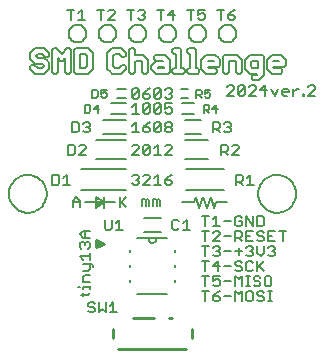
<source format=gto>
G75*
%MOIN*%
%OFA0B0*%
%FSLAX24Y24*%
%IPPOS*%
%LPD*%
%AMOC8*
5,1,8,0,0,1.08239X$1,22.5*
%
%ADD10C,0.0079*%
%ADD11C,0.0060*%
%ADD12C,0.0059*%
%ADD13C,0.0100*%
%ADD14C,0.0050*%
%ADD15C,0.0080*%
D10*
X004564Y005440D02*
X004814Y005627D01*
X004564Y005815D01*
X004564Y005440D01*
X004564Y005498D02*
X004641Y005498D01*
X004564Y005575D02*
X004744Y005575D01*
X004780Y005653D02*
X004564Y005653D01*
X004564Y005730D02*
X004677Y005730D01*
X004574Y005807D02*
X004564Y005807D01*
X004814Y005815D02*
X004814Y005627D01*
X004814Y005440D01*
X004814Y005627D02*
X005189Y005627D01*
X004814Y005627D02*
X004189Y005627D01*
X001655Y005912D02*
X001657Y005962D01*
X001663Y006012D01*
X001673Y006061D01*
X001687Y006109D01*
X001704Y006156D01*
X001725Y006201D01*
X001750Y006245D01*
X001778Y006286D01*
X001810Y006325D01*
X001844Y006362D01*
X001881Y006396D01*
X001921Y006426D01*
X001963Y006453D01*
X002007Y006477D01*
X002053Y006498D01*
X002100Y006514D01*
X002148Y006527D01*
X002198Y006536D01*
X002247Y006541D01*
X002298Y006542D01*
X002348Y006539D01*
X002397Y006532D01*
X002446Y006521D01*
X002494Y006506D01*
X002540Y006488D01*
X002585Y006466D01*
X002628Y006440D01*
X002669Y006411D01*
X002708Y006379D01*
X002744Y006344D01*
X002776Y006306D01*
X002806Y006266D01*
X002833Y006223D01*
X002856Y006179D01*
X002875Y006133D01*
X002891Y006085D01*
X002903Y006036D01*
X002911Y005987D01*
X002915Y005937D01*
X002915Y005887D01*
X002911Y005837D01*
X002903Y005788D01*
X002891Y005739D01*
X002875Y005691D01*
X002856Y005645D01*
X002833Y005601D01*
X002806Y005558D01*
X002776Y005518D01*
X002744Y005480D01*
X002708Y005445D01*
X002669Y005413D01*
X002628Y005384D01*
X002585Y005358D01*
X002540Y005336D01*
X002494Y005318D01*
X002446Y005303D01*
X002397Y005292D01*
X002348Y005285D01*
X002298Y005282D01*
X002247Y005283D01*
X002198Y005288D01*
X002148Y005297D01*
X002100Y005310D01*
X002053Y005326D01*
X002007Y005347D01*
X001963Y005371D01*
X001921Y005398D01*
X001881Y005428D01*
X001844Y005462D01*
X001810Y005499D01*
X001778Y005538D01*
X001750Y005579D01*
X001725Y005623D01*
X001704Y005668D01*
X001687Y005715D01*
X001673Y005763D01*
X001663Y005812D01*
X001657Y005862D01*
X001655Y005912D01*
X007439Y005627D02*
X007814Y005627D01*
X007876Y005815D01*
X008001Y005440D01*
X008126Y005815D01*
X008251Y005440D01*
X008376Y005815D01*
X008501Y005440D01*
X008564Y005627D01*
X008939Y005627D01*
X009962Y005912D02*
X009964Y005962D01*
X009970Y006012D01*
X009980Y006061D01*
X009994Y006109D01*
X010011Y006156D01*
X010032Y006201D01*
X010057Y006245D01*
X010085Y006286D01*
X010117Y006325D01*
X010151Y006362D01*
X010188Y006396D01*
X010228Y006426D01*
X010270Y006453D01*
X010314Y006477D01*
X010360Y006498D01*
X010407Y006514D01*
X010455Y006527D01*
X010505Y006536D01*
X010554Y006541D01*
X010605Y006542D01*
X010655Y006539D01*
X010704Y006532D01*
X010753Y006521D01*
X010801Y006506D01*
X010847Y006488D01*
X010892Y006466D01*
X010935Y006440D01*
X010976Y006411D01*
X011015Y006379D01*
X011051Y006344D01*
X011083Y006306D01*
X011113Y006266D01*
X011140Y006223D01*
X011163Y006179D01*
X011182Y006133D01*
X011198Y006085D01*
X011210Y006036D01*
X011218Y005987D01*
X011222Y005937D01*
X011222Y005887D01*
X011218Y005837D01*
X011210Y005788D01*
X011198Y005739D01*
X011182Y005691D01*
X011163Y005645D01*
X011140Y005601D01*
X011113Y005558D01*
X011083Y005518D01*
X011051Y005480D01*
X011015Y005445D01*
X010976Y005413D01*
X010935Y005384D01*
X010892Y005358D01*
X010847Y005336D01*
X010801Y005318D01*
X010753Y005303D01*
X010704Y005292D01*
X010655Y005285D01*
X010605Y005282D01*
X010554Y005283D01*
X010505Y005288D01*
X010455Y005297D01*
X010407Y005310D01*
X010360Y005326D01*
X010314Y005347D01*
X010270Y005371D01*
X010228Y005398D01*
X010188Y005428D01*
X010151Y005462D01*
X010117Y005499D01*
X010085Y005538D01*
X010057Y005579D01*
X010032Y005623D01*
X010011Y005668D01*
X009994Y005715D01*
X009980Y005763D01*
X009970Y005812D01*
X009964Y005862D01*
X009962Y005912D01*
D11*
X004018Y002793D02*
X003962Y002793D01*
X004132Y002793D02*
X004359Y002793D01*
X004359Y002737D02*
X004359Y002850D01*
X004359Y002982D02*
X004132Y002982D01*
X004132Y003152D01*
X004188Y003209D01*
X004359Y003209D01*
X004302Y003350D02*
X004132Y003350D01*
X004302Y003350D02*
X004359Y003407D01*
X004359Y003577D01*
X004415Y003577D02*
X004132Y003577D01*
X004132Y003719D02*
X004018Y003832D01*
X004359Y003832D01*
X004359Y003719D02*
X004359Y003946D01*
X004302Y004087D02*
X004359Y004144D01*
X004359Y004257D01*
X004302Y004314D01*
X004245Y004314D01*
X004188Y004257D01*
X004188Y004200D01*
X004188Y004257D02*
X004132Y004314D01*
X004075Y004314D01*
X004018Y004257D01*
X004018Y004144D01*
X004075Y004087D01*
X004132Y004455D02*
X004018Y004569D01*
X004132Y004682D01*
X004359Y004682D01*
X004188Y004682D02*
X004188Y004455D01*
X004132Y004455D02*
X004359Y004455D01*
X004850Y004764D02*
X004907Y004707D01*
X005020Y004707D01*
X005077Y004764D01*
X005077Y005048D01*
X005219Y004934D02*
X005332Y005048D01*
X005332Y004707D01*
X005219Y004707D02*
X005445Y004707D01*
X004850Y004764D02*
X004850Y005048D01*
X005347Y005457D02*
X005347Y005798D01*
X005404Y005628D02*
X005574Y005457D01*
X005347Y005571D02*
X005574Y005798D01*
X005820Y006207D02*
X005763Y006264D01*
X005820Y006207D02*
X005933Y006207D01*
X005990Y006264D01*
X005990Y006321D01*
X005933Y006378D01*
X005877Y006378D01*
X005933Y006378D02*
X005990Y006434D01*
X005990Y006491D01*
X005933Y006548D01*
X005820Y006548D01*
X005763Y006491D01*
X006132Y006491D02*
X006188Y006548D01*
X006302Y006548D01*
X006358Y006491D01*
X006358Y006434D01*
X006132Y006207D01*
X006358Y006207D01*
X006500Y006207D02*
X006727Y006207D01*
X006613Y006207D02*
X006613Y006548D01*
X006500Y006434D01*
X006868Y006378D02*
X006868Y006264D01*
X006925Y006207D01*
X007038Y006207D01*
X007095Y006264D01*
X007095Y006321D01*
X007038Y006378D01*
X006868Y006378D01*
X006982Y006491D01*
X007095Y006548D01*
X007095Y007207D02*
X006868Y007207D01*
X007095Y007434D01*
X007095Y007491D01*
X007038Y007548D01*
X006925Y007548D01*
X006868Y007491D01*
X006613Y007548D02*
X006613Y007207D01*
X006500Y007207D02*
X006727Y007207D01*
X006500Y007434D02*
X006613Y007548D01*
X006358Y007491D02*
X006358Y007264D01*
X006302Y007207D01*
X006188Y007207D01*
X006132Y007264D01*
X006358Y007491D01*
X006302Y007548D01*
X006188Y007548D01*
X006132Y007491D01*
X006132Y007264D01*
X005990Y007207D02*
X005763Y007207D01*
X005990Y007434D01*
X005990Y007491D01*
X005933Y007548D01*
X005820Y007548D01*
X005763Y007491D01*
X005763Y007957D02*
X005990Y007957D01*
X005877Y007957D02*
X005877Y008298D01*
X005763Y008184D01*
X006132Y008128D02*
X006132Y008014D01*
X006188Y007957D01*
X006302Y007957D01*
X006358Y008014D01*
X006358Y008071D01*
X006302Y008128D01*
X006132Y008128D01*
X006245Y008241D01*
X006358Y008298D01*
X006500Y008241D02*
X006557Y008298D01*
X006670Y008298D01*
X006727Y008241D01*
X006500Y008014D01*
X006557Y007957D01*
X006670Y007957D01*
X006727Y008014D01*
X006727Y008241D01*
X006868Y008241D02*
X006925Y008298D01*
X007038Y008298D01*
X007095Y008241D01*
X007095Y008184D01*
X007038Y008128D01*
X006925Y008128D01*
X006868Y008184D01*
X006868Y008241D01*
X006925Y008128D02*
X006868Y008071D01*
X006868Y008014D01*
X006925Y007957D01*
X007038Y007957D01*
X007095Y008014D01*
X007095Y008071D01*
X007038Y008128D01*
X007038Y008582D02*
X006925Y008582D01*
X006868Y008639D01*
X006868Y008753D02*
X006982Y008809D01*
X007038Y008809D01*
X007095Y008753D01*
X007095Y008639D01*
X007038Y008582D01*
X006868Y008753D02*
X006868Y008923D01*
X007095Y008923D01*
X007038Y009082D02*
X006925Y009082D01*
X006868Y009139D01*
X006727Y009139D02*
X006670Y009082D01*
X006557Y009082D01*
X006500Y009139D01*
X006727Y009366D01*
X006727Y009139D01*
X006670Y008923D02*
X006557Y008923D01*
X006500Y008866D01*
X006500Y008639D01*
X006727Y008866D01*
X006727Y008639D01*
X006670Y008582D01*
X006557Y008582D01*
X006500Y008639D01*
X006358Y008639D02*
X006302Y008582D01*
X006188Y008582D01*
X006132Y008639D01*
X006358Y008866D01*
X006358Y008639D01*
X006132Y008639D02*
X006132Y008866D01*
X006188Y008923D01*
X006302Y008923D01*
X006358Y008866D01*
X006302Y009082D02*
X006358Y009139D01*
X006358Y009196D01*
X006302Y009253D01*
X006132Y009253D01*
X006132Y009139D01*
X006188Y009082D01*
X006302Y009082D01*
X006132Y009253D02*
X006245Y009366D01*
X006358Y009423D01*
X006500Y009366D02*
X006557Y009423D01*
X006670Y009423D01*
X006727Y009366D01*
X006868Y009366D02*
X006925Y009423D01*
X007038Y009423D01*
X007095Y009366D01*
X007095Y009309D01*
X007038Y009253D01*
X007095Y009196D01*
X007095Y009139D01*
X007038Y009082D01*
X007038Y009253D02*
X006982Y009253D01*
X006670Y008923D02*
X006727Y008866D01*
X006500Y009139D02*
X006500Y009366D01*
X005990Y009366D02*
X005990Y009139D01*
X005933Y009082D01*
X005820Y009082D01*
X005763Y009139D01*
X005990Y009366D01*
X005933Y009423D01*
X005820Y009423D01*
X005763Y009366D01*
X005763Y009139D01*
X005877Y008923D02*
X005763Y008809D01*
X005877Y008923D02*
X005877Y008582D01*
X005990Y008582D02*
X005763Y008582D01*
X006500Y008241D02*
X006500Y008014D01*
X008450Y007957D02*
X008450Y008298D01*
X008620Y008298D01*
X008677Y008241D01*
X008677Y008128D01*
X008620Y008071D01*
X008450Y008071D01*
X008563Y008071D02*
X008677Y007957D01*
X008818Y008014D02*
X008875Y007957D01*
X008988Y007957D01*
X009045Y008014D01*
X009045Y008071D01*
X008988Y008128D01*
X008932Y008128D01*
X008988Y008128D02*
X009045Y008184D01*
X009045Y008241D01*
X008988Y008298D01*
X008875Y008298D01*
X008818Y008241D01*
X008901Y007548D02*
X008730Y007548D01*
X008730Y007207D01*
X008730Y007321D02*
X008901Y007321D01*
X008957Y007378D01*
X008957Y007491D01*
X008901Y007548D01*
X009099Y007491D02*
X009155Y007548D01*
X009269Y007548D01*
X009326Y007491D01*
X009326Y007434D01*
X009099Y007207D01*
X009326Y007207D01*
X008957Y007207D02*
X008844Y007321D01*
X009219Y006548D02*
X009389Y006548D01*
X009445Y006491D01*
X009445Y006378D01*
X009389Y006321D01*
X009219Y006321D01*
X009332Y006321D02*
X009445Y006207D01*
X009587Y006207D02*
X009814Y006207D01*
X009700Y006207D02*
X009700Y006548D01*
X009587Y006434D01*
X009219Y006548D02*
X009219Y006207D01*
X009255Y005173D02*
X009199Y005116D01*
X009199Y004889D01*
X009255Y004832D01*
X009369Y004832D01*
X009425Y004889D01*
X009425Y005003D01*
X009312Y005003D01*
X009425Y005116D02*
X009369Y005173D01*
X009255Y005173D01*
X009057Y005003D02*
X008830Y005003D01*
X008689Y004832D02*
X008462Y004832D01*
X008575Y004832D02*
X008575Y005173D01*
X008462Y005059D01*
X008320Y005173D02*
X008094Y005173D01*
X008207Y005173D02*
X008207Y004832D01*
X008207Y004673D02*
X008207Y004332D01*
X008207Y004173D02*
X008207Y003832D01*
X008207Y003673D02*
X008207Y003332D01*
X008207Y003173D02*
X008207Y002832D01*
X008207Y002673D02*
X008207Y002332D01*
X008462Y002389D02*
X008519Y002332D01*
X008632Y002332D01*
X008689Y002389D01*
X008689Y002446D01*
X008632Y002503D01*
X008462Y002503D01*
X008462Y002389D01*
X008462Y002503D02*
X008575Y002616D01*
X008689Y002673D01*
X008632Y002832D02*
X008519Y002832D01*
X008462Y002889D01*
X008462Y003003D02*
X008575Y003059D01*
X008632Y003059D01*
X008689Y003003D01*
X008689Y002889D01*
X008632Y002832D01*
X008462Y003003D02*
X008462Y003173D01*
X008689Y003173D01*
X008632Y003332D02*
X008632Y003673D01*
X008462Y003503D01*
X008689Y003503D01*
X008830Y003503D02*
X009057Y003503D01*
X009199Y003559D02*
X009255Y003503D01*
X009369Y003503D01*
X009425Y003446D01*
X009425Y003389D01*
X009369Y003332D01*
X009255Y003332D01*
X009199Y003389D01*
X009199Y003559D02*
X009199Y003616D01*
X009255Y003673D01*
X009369Y003673D01*
X009425Y003616D01*
X009567Y003616D02*
X009567Y003389D01*
X009624Y003332D01*
X009737Y003332D01*
X009794Y003389D01*
X009935Y003332D02*
X009935Y003673D01*
X009794Y003616D02*
X009737Y003673D01*
X009624Y003673D01*
X009567Y003616D01*
X009624Y003832D02*
X009567Y003889D01*
X009624Y003832D02*
X009737Y003832D01*
X009794Y003889D01*
X009794Y003946D01*
X009737Y004003D01*
X009680Y004003D01*
X009737Y004003D02*
X009794Y004059D01*
X009794Y004116D01*
X009737Y004173D01*
X009624Y004173D01*
X009567Y004116D01*
X009425Y004003D02*
X009199Y004003D01*
X009057Y004003D02*
X008830Y004003D01*
X008689Y004059D02*
X008632Y004003D01*
X008689Y003946D01*
X008689Y003889D01*
X008632Y003832D01*
X008519Y003832D01*
X008462Y003889D01*
X008575Y004003D02*
X008632Y004003D01*
X008689Y004059D02*
X008689Y004116D01*
X008632Y004173D01*
X008519Y004173D01*
X008462Y004116D01*
X008320Y004173D02*
X008094Y004173D01*
X008462Y004332D02*
X008689Y004559D01*
X008689Y004616D01*
X008632Y004673D01*
X008519Y004673D01*
X008462Y004616D01*
X008320Y004673D02*
X008094Y004673D01*
X007695Y004707D02*
X007469Y004707D01*
X007582Y004707D02*
X007582Y005048D01*
X007469Y004934D01*
X007327Y004991D02*
X007270Y005048D01*
X007157Y005048D01*
X007100Y004991D01*
X007100Y004764D01*
X007157Y004707D01*
X007270Y004707D01*
X007327Y004764D01*
X006695Y005520D02*
X006695Y005690D01*
X006639Y005747D01*
X006582Y005690D01*
X006582Y005520D01*
X006469Y005520D02*
X006469Y005747D01*
X006525Y005747D01*
X006582Y005690D01*
X006327Y005690D02*
X006327Y005520D01*
X006214Y005520D02*
X006214Y005690D01*
X006270Y005747D01*
X006327Y005690D01*
X006214Y005690D02*
X006157Y005747D01*
X006100Y005747D01*
X006100Y005520D01*
X004228Y007207D02*
X004001Y007207D01*
X004228Y007434D01*
X004228Y007491D01*
X004171Y007548D01*
X004058Y007548D01*
X004001Y007491D01*
X003859Y007491D02*
X003859Y007264D01*
X003803Y007207D01*
X003633Y007207D01*
X003633Y007548D01*
X003803Y007548D01*
X003859Y007491D01*
X003921Y007957D02*
X003751Y007957D01*
X003751Y008298D01*
X003921Y008298D01*
X003978Y008241D01*
X003978Y008014D01*
X003921Y007957D01*
X004119Y008014D02*
X004176Y007957D01*
X004289Y007957D01*
X004346Y008014D01*
X004346Y008071D01*
X004289Y008128D01*
X004232Y008128D01*
X004289Y008128D02*
X004346Y008184D01*
X004346Y008241D01*
X004289Y008298D01*
X004176Y008298D01*
X004119Y008241D01*
X003589Y006548D02*
X003589Y006207D01*
X003702Y006207D02*
X003475Y006207D01*
X003334Y006264D02*
X003334Y006491D01*
X003277Y006548D01*
X003107Y006548D01*
X003107Y006207D01*
X003277Y006207D01*
X003334Y006264D01*
X003475Y006434D02*
X003589Y006548D01*
X003898Y005798D02*
X004011Y005684D01*
X004011Y005457D01*
X004011Y005628D02*
X003784Y005628D01*
X003784Y005684D02*
X003898Y005798D01*
X003784Y005684D02*
X003784Y005457D01*
X004415Y003577D02*
X004472Y003521D01*
X004472Y003464D01*
X004132Y002793D02*
X004132Y002737D01*
X004132Y002604D02*
X004132Y002491D01*
X004075Y002548D02*
X004302Y002548D01*
X004359Y002604D01*
X004348Y002298D02*
X004291Y002241D01*
X004291Y002184D01*
X004348Y002128D01*
X004461Y002128D01*
X004518Y002071D01*
X004518Y002014D01*
X004461Y001957D01*
X004348Y001957D01*
X004291Y002014D01*
X004348Y002298D02*
X004461Y002298D01*
X004518Y002241D01*
X004659Y002298D02*
X004659Y001957D01*
X004773Y002071D01*
X004886Y001957D01*
X004886Y002298D01*
X005028Y002184D02*
X005141Y002298D01*
X005141Y001957D01*
X005028Y001957D02*
X005255Y001957D01*
X008094Y002673D02*
X008320Y002673D01*
X008320Y003173D02*
X008094Y003173D01*
X008094Y003673D02*
X008320Y003673D01*
X008462Y004332D02*
X008689Y004332D01*
X008830Y004503D02*
X009057Y004503D01*
X009199Y004446D02*
X009369Y004446D01*
X009425Y004503D01*
X009425Y004616D01*
X009369Y004673D01*
X009199Y004673D01*
X009199Y004332D01*
X009312Y004446D02*
X009425Y004332D01*
X009567Y004332D02*
X009794Y004332D01*
X009935Y004389D02*
X009992Y004332D01*
X010105Y004332D01*
X010162Y004389D01*
X010162Y004446D01*
X010105Y004503D01*
X009992Y004503D01*
X009935Y004559D01*
X009935Y004616D01*
X009992Y004673D01*
X010105Y004673D01*
X010162Y004616D01*
X010303Y004673D02*
X010303Y004332D01*
X010530Y004332D01*
X010474Y004173D02*
X010360Y004173D01*
X010303Y004116D01*
X010417Y004003D02*
X010474Y004003D01*
X010530Y003946D01*
X010530Y003889D01*
X010474Y003832D01*
X010360Y003832D01*
X010303Y003889D01*
X010474Y004003D02*
X010530Y004059D01*
X010530Y004116D01*
X010474Y004173D01*
X010417Y004503D02*
X010303Y004503D01*
X010303Y004673D02*
X010530Y004673D01*
X010672Y004673D02*
X010899Y004673D01*
X010785Y004673D02*
X010785Y004332D01*
X010162Y004173D02*
X010162Y003946D01*
X010049Y003832D01*
X009935Y003946D01*
X009935Y004173D01*
X009680Y004503D02*
X009567Y004503D01*
X009567Y004673D02*
X009567Y004332D01*
X009312Y004116D02*
X009312Y003889D01*
X009935Y003446D02*
X010162Y003673D01*
X009992Y003503D02*
X010162Y003332D01*
X010237Y003173D02*
X010181Y003116D01*
X010181Y002889D01*
X010237Y002832D01*
X010351Y002832D01*
X010408Y002889D01*
X010408Y003116D01*
X010351Y003173D01*
X010237Y003173D01*
X010039Y003116D02*
X009983Y003173D01*
X009869Y003173D01*
X009812Y003116D01*
X009812Y003059D01*
X009869Y003003D01*
X009983Y003003D01*
X010039Y002946D01*
X010039Y002889D01*
X009983Y002832D01*
X009869Y002832D01*
X009812Y002889D01*
X009680Y002832D02*
X009567Y002832D01*
X009624Y002832D02*
X009624Y003173D01*
X009680Y003173D02*
X009567Y003173D01*
X009425Y003173D02*
X009425Y002832D01*
X009425Y002673D02*
X009425Y002332D01*
X009567Y002389D02*
X009624Y002332D01*
X009737Y002332D01*
X009794Y002389D01*
X009794Y002616D01*
X009737Y002673D01*
X009624Y002673D01*
X009567Y002616D01*
X009567Y002389D01*
X009312Y002559D02*
X009425Y002673D01*
X009312Y002559D02*
X009199Y002673D01*
X009199Y002332D01*
X009057Y002503D02*
X008830Y002503D01*
X009199Y002832D02*
X009199Y003173D01*
X009312Y003059D01*
X009425Y003173D01*
X009057Y003003D02*
X008830Y003003D01*
X009935Y002616D02*
X009935Y002559D01*
X009992Y002503D01*
X010105Y002503D01*
X010162Y002446D01*
X010162Y002389D01*
X010105Y002332D01*
X009992Y002332D01*
X009935Y002389D01*
X009935Y002616D02*
X009992Y002673D01*
X010105Y002673D01*
X010162Y002616D01*
X010303Y002673D02*
X010417Y002673D01*
X010360Y002673D02*
X010360Y002332D01*
X010303Y002332D02*
X010417Y002332D01*
X009794Y004673D02*
X009567Y004673D01*
X009567Y004832D02*
X009567Y005173D01*
X009794Y004832D01*
X009794Y005173D01*
X009935Y005173D02*
X010105Y005173D01*
X010162Y005116D01*
X010162Y004889D01*
X010105Y004832D01*
X009935Y004832D01*
X009935Y005173D01*
X009893Y009187D02*
X009666Y009187D01*
X009893Y009414D01*
X009893Y009470D01*
X009836Y009527D01*
X009723Y009527D01*
X009666Y009470D01*
X009524Y009470D02*
X009524Y009243D01*
X009468Y009187D01*
X009354Y009187D01*
X009298Y009243D01*
X009524Y009470D01*
X009468Y009527D01*
X009354Y009527D01*
X009298Y009470D01*
X009298Y009243D01*
X009156Y009187D02*
X008929Y009187D01*
X009156Y009414D01*
X009156Y009470D01*
X009099Y009527D01*
X008986Y009527D01*
X008929Y009470D01*
X010034Y009357D02*
X010261Y009357D01*
X010402Y009414D02*
X010516Y009187D01*
X010629Y009414D01*
X010771Y009357D02*
X010771Y009243D01*
X010828Y009187D01*
X010941Y009187D01*
X010998Y009300D02*
X010771Y009300D01*
X010771Y009357D02*
X010828Y009414D01*
X010941Y009414D01*
X010998Y009357D01*
X010998Y009300D01*
X011139Y009300D02*
X011253Y009414D01*
X011309Y009414D01*
X011139Y009414D02*
X011139Y009187D01*
X011446Y009187D02*
X011503Y009187D01*
X011503Y009243D01*
X011446Y009243D01*
X011446Y009187D01*
X011630Y009187D02*
X011857Y009414D01*
X011857Y009470D01*
X011800Y009527D01*
X011687Y009527D01*
X011630Y009470D01*
X011630Y009187D02*
X011857Y009187D01*
X010204Y009187D02*
X010204Y009527D01*
X010034Y009357D01*
X009139Y011707D02*
X009195Y011764D01*
X009195Y011821D01*
X009139Y011878D01*
X008969Y011878D01*
X008969Y011764D01*
X009025Y011707D01*
X009139Y011707D01*
X008969Y011878D02*
X009082Y011991D01*
X009195Y012048D01*
X008827Y012048D02*
X008600Y012048D01*
X008714Y012048D02*
X008714Y011707D01*
X008195Y011764D02*
X008139Y011707D01*
X008025Y011707D01*
X007969Y011764D01*
X007969Y011878D02*
X008082Y011934D01*
X008139Y011934D01*
X008195Y011878D01*
X008195Y011764D01*
X007969Y011878D02*
X007969Y012048D01*
X008195Y012048D01*
X007827Y012048D02*
X007600Y012048D01*
X007714Y012048D02*
X007714Y011707D01*
X007195Y011878D02*
X006969Y011878D01*
X007139Y012048D01*
X007139Y011707D01*
X006714Y011707D02*
X006714Y012048D01*
X006827Y012048D02*
X006600Y012048D01*
X006195Y011991D02*
X006195Y011934D01*
X006139Y011878D01*
X006195Y011821D01*
X006195Y011764D01*
X006139Y011707D01*
X006025Y011707D01*
X005969Y011764D01*
X006082Y011878D02*
X006139Y011878D01*
X006195Y011991D02*
X006139Y012048D01*
X006025Y012048D01*
X005969Y011991D01*
X005827Y012048D02*
X005600Y012048D01*
X005714Y012048D02*
X005714Y011707D01*
X005195Y011707D02*
X004969Y011707D01*
X005195Y011934D01*
X005195Y011991D01*
X005139Y012048D01*
X005025Y012048D01*
X004969Y011991D01*
X004827Y012048D02*
X004600Y012048D01*
X004714Y012048D02*
X004714Y011707D01*
X004195Y011707D02*
X003969Y011707D01*
X004082Y011707D02*
X004082Y012048D01*
X003969Y011934D01*
X003827Y012048D02*
X003600Y012048D01*
X003714Y012048D02*
X003714Y011707D01*
D12*
X003644Y011252D02*
X003646Y011286D01*
X003652Y011320D01*
X003662Y011353D01*
X003675Y011384D01*
X003693Y011414D01*
X003713Y011442D01*
X003737Y011467D01*
X003763Y011489D01*
X003791Y011507D01*
X003822Y011523D01*
X003854Y011535D01*
X003888Y011543D01*
X003922Y011547D01*
X003956Y011547D01*
X003990Y011543D01*
X004024Y011535D01*
X004056Y011523D01*
X004086Y011507D01*
X004115Y011489D01*
X004141Y011467D01*
X004165Y011442D01*
X004185Y011414D01*
X004203Y011384D01*
X004216Y011353D01*
X004226Y011320D01*
X004232Y011286D01*
X004234Y011252D01*
X004232Y011218D01*
X004226Y011184D01*
X004216Y011151D01*
X004203Y011120D01*
X004185Y011090D01*
X004165Y011062D01*
X004141Y011037D01*
X004115Y011015D01*
X004087Y010997D01*
X004056Y010981D01*
X004024Y010969D01*
X003990Y010961D01*
X003956Y010957D01*
X003922Y010957D01*
X003888Y010961D01*
X003854Y010969D01*
X003822Y010981D01*
X003791Y010997D01*
X003763Y011015D01*
X003737Y011037D01*
X003713Y011062D01*
X003693Y011090D01*
X003675Y011120D01*
X003662Y011151D01*
X003652Y011184D01*
X003646Y011218D01*
X003644Y011252D01*
X003671Y010765D02*
X003593Y010765D01*
X003412Y010585D01*
X003232Y010765D01*
X003154Y010765D01*
X003099Y010709D01*
X003099Y009973D01*
X003154Y009918D01*
X003232Y009918D01*
X003288Y009973D01*
X003288Y010442D01*
X003318Y010412D01*
X003373Y010356D01*
X003452Y010356D01*
X003492Y010396D01*
X003507Y010412D01*
X003537Y010442D01*
X003537Y009973D01*
X003593Y009918D01*
X003671Y009918D01*
X003726Y009973D01*
X003726Y010709D01*
X003671Y010765D01*
X003824Y010709D02*
X003824Y009973D01*
X003879Y009918D01*
X004286Y009918D01*
X004451Y010083D01*
X004451Y010600D01*
X004286Y010765D01*
X003879Y010765D01*
X003824Y010709D01*
X004013Y010576D02*
X004208Y010576D01*
X004262Y010521D01*
X004262Y010161D01*
X004208Y010107D01*
X004013Y010107D01*
X004013Y010576D01*
X004933Y010600D02*
X004933Y010083D01*
X005042Y009973D01*
X005098Y009918D01*
X005395Y009918D01*
X005560Y010083D01*
X005560Y010161D01*
X005505Y010216D01*
X005427Y010216D01*
X005317Y010107D01*
X005176Y010107D01*
X005122Y010161D01*
X005122Y010521D01*
X005176Y010576D01*
X005317Y010576D01*
X005427Y010466D01*
X005505Y010466D01*
X005560Y010521D01*
X005560Y010600D01*
X005395Y010765D01*
X005098Y010765D01*
X004934Y010601D01*
X004933Y010600D01*
X004644Y011252D02*
X004646Y011286D01*
X004652Y011320D01*
X004662Y011353D01*
X004675Y011384D01*
X004693Y011414D01*
X004713Y011442D01*
X004737Y011467D01*
X004763Y011489D01*
X004791Y011507D01*
X004822Y011523D01*
X004854Y011535D01*
X004888Y011543D01*
X004922Y011547D01*
X004956Y011547D01*
X004990Y011543D01*
X005024Y011535D01*
X005056Y011523D01*
X005086Y011507D01*
X005115Y011489D01*
X005141Y011467D01*
X005165Y011442D01*
X005185Y011414D01*
X005203Y011384D01*
X005216Y011353D01*
X005226Y011320D01*
X005232Y011286D01*
X005234Y011252D01*
X005232Y011218D01*
X005226Y011184D01*
X005216Y011151D01*
X005203Y011120D01*
X005185Y011090D01*
X005165Y011062D01*
X005141Y011037D01*
X005115Y011015D01*
X005087Y010997D01*
X005056Y010981D01*
X005024Y010969D01*
X004990Y010961D01*
X004956Y010957D01*
X004922Y010957D01*
X004888Y010961D01*
X004854Y010969D01*
X004822Y010981D01*
X004791Y010997D01*
X004763Y011015D01*
X004737Y011037D01*
X004713Y011062D01*
X004693Y011090D01*
X004675Y011120D01*
X004662Y011151D01*
X004652Y011184D01*
X004646Y011218D01*
X004644Y011252D01*
X005658Y010709D02*
X005658Y009973D01*
X005713Y009918D01*
X005791Y009918D01*
X005847Y009973D01*
X005847Y010302D01*
X005901Y010356D01*
X006042Y010356D01*
X006096Y010302D01*
X006096Y009973D01*
X006152Y009918D01*
X006230Y009918D01*
X006285Y009973D01*
X006285Y010380D01*
X006230Y010436D01*
X006120Y010545D01*
X005847Y010545D01*
X005847Y010709D01*
X005791Y010765D01*
X005713Y010765D01*
X005658Y010709D01*
X005644Y011252D02*
X005646Y011286D01*
X005652Y011320D01*
X005662Y011353D01*
X005675Y011384D01*
X005693Y011414D01*
X005713Y011442D01*
X005737Y011467D01*
X005763Y011489D01*
X005791Y011507D01*
X005822Y011523D01*
X005854Y011535D01*
X005888Y011543D01*
X005922Y011547D01*
X005956Y011547D01*
X005990Y011543D01*
X006024Y011535D01*
X006056Y011523D01*
X006086Y011507D01*
X006115Y011489D01*
X006141Y011467D01*
X006165Y011442D01*
X006185Y011414D01*
X006203Y011384D01*
X006216Y011353D01*
X006226Y011320D01*
X006232Y011286D01*
X006234Y011252D01*
X006232Y011218D01*
X006226Y011184D01*
X006216Y011151D01*
X006203Y011120D01*
X006185Y011090D01*
X006165Y011062D01*
X006141Y011037D01*
X006115Y011015D01*
X006087Y010997D01*
X006056Y010981D01*
X006024Y010969D01*
X005990Y010961D01*
X005956Y010957D01*
X005922Y010957D01*
X005888Y010961D01*
X005854Y010969D01*
X005822Y010981D01*
X005791Y010997D01*
X005763Y011015D01*
X005737Y011037D01*
X005713Y011062D01*
X005693Y011090D01*
X005675Y011120D01*
X005662Y011151D01*
X005652Y011184D01*
X005646Y011218D01*
X005644Y011252D01*
X006492Y010490D02*
X006492Y010412D01*
X006548Y010356D01*
X006767Y010356D01*
X006797Y010326D01*
X006548Y010326D01*
X006492Y010271D01*
X006383Y010161D01*
X006383Y010083D01*
X006548Y009918D01*
X006955Y009918D01*
X007010Y009973D01*
X007010Y010380D01*
X006955Y010436D01*
X006845Y010545D01*
X006548Y010545D01*
X006492Y010490D01*
X006626Y010137D02*
X006821Y010137D01*
X006821Y010107D01*
X006626Y010107D01*
X006611Y010122D01*
X006626Y010137D01*
X007108Y010051D02*
X007108Y009973D01*
X007163Y009918D01*
X007461Y009918D01*
X007516Y009973D01*
X007516Y010051D01*
X007461Y010107D01*
X007406Y010107D01*
X007406Y010709D01*
X007351Y010765D01*
X007163Y010765D01*
X007108Y010709D01*
X007108Y010631D01*
X007163Y010576D01*
X007217Y010576D01*
X007217Y010107D01*
X007163Y010107D01*
X007108Y010051D01*
X007591Y010051D02*
X007591Y009973D01*
X007646Y009918D01*
X007944Y009918D01*
X007999Y009973D01*
X007999Y010051D01*
X007944Y010107D01*
X007890Y010107D01*
X007890Y010709D01*
X007834Y010765D01*
X007646Y010765D01*
X007591Y010709D01*
X007591Y010631D01*
X007646Y010576D01*
X007701Y010576D01*
X007701Y010107D01*
X007646Y010107D01*
X007591Y010051D01*
X008074Y010083D02*
X008239Y009918D01*
X008537Y009918D01*
X008593Y009973D01*
X008593Y010051D01*
X008537Y010107D01*
X008318Y010107D01*
X008288Y010137D01*
X008647Y010137D01*
X008702Y010192D01*
X008702Y010380D01*
X008647Y010436D01*
X008537Y010545D01*
X008239Y010545D01*
X008184Y010490D01*
X008074Y010380D01*
X008074Y010083D01*
X008288Y010326D02*
X008318Y010356D01*
X008459Y010356D01*
X008489Y010326D01*
X008288Y010326D01*
X008799Y010490D02*
X008799Y009973D01*
X008855Y009918D01*
X008933Y009918D01*
X008989Y009973D01*
X008989Y010356D01*
X009184Y010356D01*
X009238Y010302D01*
X009238Y009973D01*
X009294Y009918D01*
X009372Y009918D01*
X009427Y009973D01*
X009427Y010380D01*
X009372Y010436D01*
X009262Y010545D01*
X008855Y010545D01*
X008799Y010490D01*
X009525Y010380D02*
X009525Y010083D01*
X009634Y009973D01*
X009690Y009918D01*
X009939Y009918D01*
X009909Y009887D01*
X009799Y009887D01*
X009744Y009832D01*
X009744Y009754D01*
X009799Y009698D01*
X009987Y009698D01*
X010097Y009808D01*
X010152Y009863D01*
X010152Y010490D01*
X010097Y010545D01*
X009690Y010545D01*
X009580Y010436D01*
X009525Y010380D01*
X009714Y010302D02*
X009714Y010161D01*
X009768Y010107D01*
X009963Y010107D01*
X009963Y010356D01*
X009768Y010356D01*
X009714Y010302D01*
X010250Y010380D02*
X010250Y010083D01*
X010305Y010027D01*
X010415Y009918D01*
X010712Y009918D01*
X010768Y009973D01*
X010768Y010051D01*
X010712Y010107D01*
X010493Y010107D01*
X010463Y010137D01*
X010822Y010137D01*
X010877Y010192D01*
X010877Y010380D01*
X010822Y010436D01*
X010712Y010545D01*
X010415Y010545D01*
X010250Y010380D01*
X010463Y010326D02*
X010493Y010356D01*
X010634Y010356D01*
X010664Y010326D01*
X010463Y010326D01*
X008644Y011252D02*
X008646Y011286D01*
X008652Y011320D01*
X008662Y011353D01*
X008675Y011384D01*
X008693Y011414D01*
X008713Y011442D01*
X008737Y011467D01*
X008763Y011489D01*
X008791Y011507D01*
X008822Y011523D01*
X008854Y011535D01*
X008888Y011543D01*
X008922Y011547D01*
X008956Y011547D01*
X008990Y011543D01*
X009024Y011535D01*
X009056Y011523D01*
X009086Y011507D01*
X009115Y011489D01*
X009141Y011467D01*
X009165Y011442D01*
X009185Y011414D01*
X009203Y011384D01*
X009216Y011353D01*
X009226Y011320D01*
X009232Y011286D01*
X009234Y011252D01*
X009232Y011218D01*
X009226Y011184D01*
X009216Y011151D01*
X009203Y011120D01*
X009185Y011090D01*
X009165Y011062D01*
X009141Y011037D01*
X009115Y011015D01*
X009087Y010997D01*
X009056Y010981D01*
X009024Y010969D01*
X008990Y010961D01*
X008956Y010957D01*
X008922Y010957D01*
X008888Y010961D01*
X008854Y010969D01*
X008822Y010981D01*
X008791Y010997D01*
X008763Y011015D01*
X008737Y011037D01*
X008713Y011062D01*
X008693Y011090D01*
X008675Y011120D01*
X008662Y011151D01*
X008652Y011184D01*
X008646Y011218D01*
X008644Y011252D01*
X007644Y011252D02*
X007646Y011286D01*
X007652Y011320D01*
X007662Y011353D01*
X007675Y011384D01*
X007693Y011414D01*
X007713Y011442D01*
X007737Y011467D01*
X007763Y011489D01*
X007791Y011507D01*
X007822Y011523D01*
X007854Y011535D01*
X007888Y011543D01*
X007922Y011547D01*
X007956Y011547D01*
X007990Y011543D01*
X008024Y011535D01*
X008056Y011523D01*
X008086Y011507D01*
X008115Y011489D01*
X008141Y011467D01*
X008165Y011442D01*
X008185Y011414D01*
X008203Y011384D01*
X008216Y011353D01*
X008226Y011320D01*
X008232Y011286D01*
X008234Y011252D01*
X008232Y011218D01*
X008226Y011184D01*
X008216Y011151D01*
X008203Y011120D01*
X008185Y011090D01*
X008165Y011062D01*
X008141Y011037D01*
X008115Y011015D01*
X008087Y010997D01*
X008056Y010981D01*
X008024Y010969D01*
X007990Y010961D01*
X007956Y010957D01*
X007922Y010957D01*
X007888Y010961D01*
X007854Y010969D01*
X007822Y010981D01*
X007791Y010997D01*
X007763Y011015D01*
X007737Y011037D01*
X007713Y011062D01*
X007693Y011090D01*
X007675Y011120D01*
X007662Y011151D01*
X007652Y011184D01*
X007646Y011218D01*
X007644Y011252D01*
X006644Y011252D02*
X006646Y011286D01*
X006652Y011320D01*
X006662Y011353D01*
X006675Y011384D01*
X006693Y011414D01*
X006713Y011442D01*
X006737Y011467D01*
X006763Y011489D01*
X006791Y011507D01*
X006822Y011523D01*
X006854Y011535D01*
X006888Y011543D01*
X006922Y011547D01*
X006956Y011547D01*
X006990Y011543D01*
X007024Y011535D01*
X007056Y011523D01*
X007086Y011507D01*
X007115Y011489D01*
X007141Y011467D01*
X007165Y011442D01*
X007185Y011414D01*
X007203Y011384D01*
X007216Y011353D01*
X007226Y011320D01*
X007232Y011286D01*
X007234Y011252D01*
X007232Y011218D01*
X007226Y011184D01*
X007216Y011151D01*
X007203Y011120D01*
X007185Y011090D01*
X007165Y011062D01*
X007141Y011037D01*
X007115Y011015D01*
X007087Y010997D01*
X007056Y010981D01*
X007024Y010969D01*
X006990Y010961D01*
X006956Y010957D01*
X006922Y010957D01*
X006888Y010961D01*
X006854Y010969D01*
X006822Y010981D01*
X006791Y010997D01*
X006763Y011015D01*
X006737Y011037D01*
X006713Y011062D01*
X006693Y011090D01*
X006675Y011120D01*
X006662Y011151D01*
X006652Y011184D01*
X006646Y011218D01*
X006644Y011252D01*
X007519Y008364D02*
X008070Y008364D01*
X008070Y007891D02*
X007519Y007891D01*
X007519Y007692D02*
X008307Y007692D01*
X008307Y007062D02*
X007519Y007062D01*
X007559Y006732D02*
X008819Y006732D01*
X008819Y006023D02*
X007559Y006023D01*
X006714Y005114D02*
X006163Y005114D01*
X006163Y004641D02*
X006714Y004641D01*
X005555Y006023D02*
X004059Y006023D01*
X004059Y006732D02*
X005555Y006732D01*
X005555Y007062D02*
X004570Y007062D01*
X004570Y007692D02*
X005555Y007692D01*
X005555Y007891D02*
X004807Y007891D01*
X004807Y008364D02*
X005555Y008364D01*
X003001Y010083D02*
X003001Y010271D01*
X002946Y010326D01*
X002836Y010436D01*
X002617Y010436D01*
X002563Y010490D01*
X002563Y010521D01*
X002617Y010576D01*
X002758Y010576D01*
X002868Y010466D01*
X002946Y010466D01*
X003001Y010521D01*
X003001Y010600D01*
X002836Y010765D01*
X002539Y010765D01*
X002375Y010601D01*
X002374Y010600D01*
X002374Y010412D01*
X002539Y010247D01*
X002758Y010247D01*
X002812Y010192D01*
X002812Y010161D01*
X002758Y010107D01*
X002617Y010107D01*
X002507Y010216D01*
X002429Y010216D01*
X002374Y010161D01*
X002374Y010083D01*
X002539Y009918D01*
X002836Y009918D01*
X002892Y009973D01*
X003001Y010083D01*
D13*
X004564Y004377D02*
X004814Y004252D01*
X004564Y004127D01*
X004564Y004377D01*
X004564Y004335D02*
X004648Y004335D01*
X004564Y004237D02*
X004783Y004237D01*
X004586Y004138D02*
X004564Y004138D01*
X005799Y001764D02*
X006488Y001764D01*
X006980Y001764D02*
X007078Y001764D01*
X007757Y001400D02*
X007757Y001105D01*
X007570Y000741D02*
X007029Y000741D01*
X006478Y000741D01*
X005307Y000741D01*
X005120Y001105D02*
X005120Y001400D01*
D14*
X005063Y008575D02*
X005555Y008575D01*
X005555Y008930D02*
X005063Y008930D01*
X005259Y009115D02*
X005555Y009115D01*
X005555Y009390D02*
X005259Y009390D01*
X004913Y009388D02*
X004733Y009388D01*
X004733Y009252D01*
X004823Y009298D01*
X004868Y009298D01*
X004913Y009252D01*
X004913Y009162D01*
X004868Y009117D01*
X004778Y009117D01*
X004733Y009162D01*
X004618Y009162D02*
X004618Y009343D01*
X004573Y009388D01*
X004438Y009388D01*
X004438Y009117D01*
X004573Y009117D01*
X004618Y009162D01*
X004625Y008888D02*
X004490Y008752D01*
X004670Y008752D01*
X004625Y008617D02*
X004625Y008888D01*
X004375Y008843D02*
X004375Y008662D01*
X004330Y008617D01*
X004195Y008617D01*
X004195Y008888D01*
X004330Y008888D01*
X004375Y008843D01*
X007381Y009115D02*
X007618Y009115D01*
X007421Y008930D02*
X007815Y008930D01*
X007900Y009117D02*
X007900Y009388D01*
X008035Y009388D01*
X008080Y009343D01*
X008080Y009252D01*
X008035Y009207D01*
X007900Y009207D01*
X007990Y009207D02*
X008080Y009117D01*
X008194Y009162D02*
X008239Y009117D01*
X008329Y009117D01*
X008374Y009162D01*
X008374Y009252D01*
X008329Y009298D01*
X008284Y009298D01*
X008194Y009252D01*
X008194Y009388D01*
X008374Y009388D01*
X008278Y008888D02*
X008143Y008888D01*
X008143Y008617D01*
X008143Y008707D02*
X008278Y008707D01*
X008323Y008752D01*
X008323Y008843D01*
X008278Y008888D01*
X008233Y008707D02*
X008323Y008617D01*
X008437Y008752D02*
X008618Y008752D01*
X008572Y008617D02*
X008572Y008888D01*
X008437Y008752D01*
X007815Y008575D02*
X007421Y008575D01*
X007381Y009390D02*
X007618Y009390D01*
D15*
X006939Y004447D02*
X006564Y004447D01*
X006314Y004447D01*
X006314Y004408D01*
X006314Y004447D02*
X005939Y004447D01*
X005691Y004042D02*
X005691Y003963D01*
X005691Y003542D02*
X005691Y003463D01*
X005691Y003042D02*
X005691Y002963D01*
X005939Y002557D02*
X006939Y002557D01*
X007187Y002963D02*
X007187Y003042D01*
X007187Y003463D02*
X007187Y003542D01*
X007187Y003963D02*
X007187Y004042D01*
X006564Y004408D02*
X006564Y004447D01*
X006564Y004408D02*
X006562Y004387D01*
X006557Y004367D01*
X006549Y004349D01*
X006538Y004331D01*
X006524Y004316D01*
X006507Y004303D01*
X006489Y004294D01*
X006470Y004287D01*
X006449Y004283D01*
X006429Y004283D01*
X006408Y004287D01*
X006389Y004294D01*
X006371Y004303D01*
X006354Y004316D01*
X006340Y004331D01*
X006329Y004349D01*
X006321Y004367D01*
X006316Y004387D01*
X006314Y004408D01*
M02*

</source>
